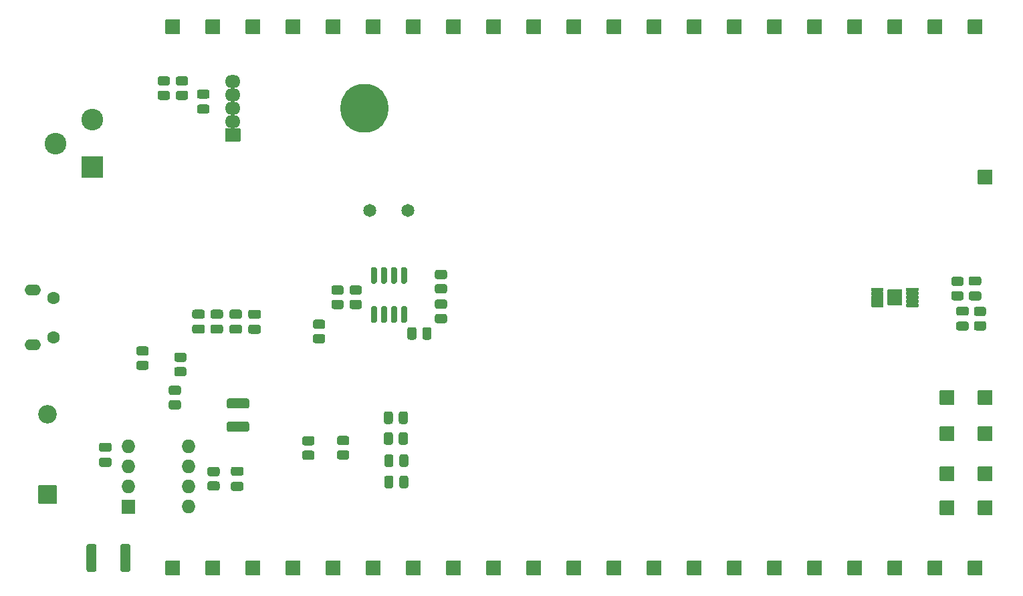
<source format=gbs>
G04 #@! TF.GenerationSoftware,KiCad,Pcbnew,(5.1.7)-1*
G04 #@! TF.CreationDate,2020-11-10T13:01:16-06:00*
G04 #@! TF.ProjectId,MCU breakout board,4d435520-6272-4656-916b-6f757420626f,rev?*
G04 #@! TF.SameCoordinates,Original*
G04 #@! TF.FileFunction,Soldermask,Bot*
G04 #@! TF.FilePolarity,Negative*
%FSLAX46Y46*%
G04 Gerber Fmt 4.6, Leading zero omitted, Abs format (unit mm)*
G04 Created by KiCad (PCBNEW (5.1.7)-1) date 2020-11-10 13:01:16*
%MOMM*%
%LPD*%
G01*
G04 APERTURE LIST*
%ADD10O,1.952400X1.652400*%
%ADD11O,6.152400X6.152400*%
%ADD12O,1.752400X1.752400*%
%ADD13O,2.352400X2.352400*%
%ADD14C,2.752400*%
%ADD15C,1.602400*%
%ADD16O,2.052400X1.352400*%
%ADD17C,1.652400*%
G04 APERTURE END LIST*
D10*
G04 #@! TO.C,U3*
X78740000Y-90736000D03*
X78740000Y-92436000D03*
X78740000Y-94136000D03*
X78740000Y-95836000D03*
G36*
G01*
X79640000Y-98362200D02*
X77840000Y-98362200D01*
G75*
G02*
X77763800Y-98286000I0J76200D01*
G01*
X77763800Y-96786000D01*
G75*
G02*
X77840000Y-96709800I76200J0D01*
G01*
X79640000Y-96709800D01*
G75*
G02*
X79716200Y-96786000I0J-76200D01*
G01*
X79716200Y-98286000D01*
G75*
G02*
X79640000Y-98362200I-76200J0D01*
G01*
G37*
D11*
X95400000Y-94136000D03*
G04 #@! TD*
G04 #@! TO.C,P2*
G36*
G01*
X170014000Y-145706200D02*
X168314000Y-145706200D01*
G75*
G02*
X168237800Y-145630000I0J76200D01*
G01*
X168237800Y-143930000D01*
G75*
G02*
X168314000Y-143853800I76200J0D01*
G01*
X170014000Y-143853800D01*
G75*
G02*
X170090200Y-143930000I0J-76200D01*
G01*
X170090200Y-145630000D01*
G75*
G02*
X170014000Y-145706200I-76200J0D01*
G01*
G37*
G04 #@! TD*
G04 #@! TO.C,U2*
G36*
G01*
X64633800Y-145430000D02*
X64633800Y-143830000D01*
G75*
G02*
X64710000Y-143753800I76200J0D01*
G01*
X66310000Y-143753800D01*
G75*
G02*
X66386200Y-143830000I0J-76200D01*
G01*
X66386200Y-145430000D01*
G75*
G02*
X66310000Y-145506200I-76200J0D01*
G01*
X64710000Y-145506200D01*
G75*
G02*
X64633800Y-145430000I0J76200D01*
G01*
G37*
D12*
X73130000Y-137010000D03*
X65510000Y-142090000D03*
X73130000Y-139550000D03*
X65510000Y-139550000D03*
X73130000Y-142090000D03*
X65510000Y-137010000D03*
X73130000Y-144630000D03*
G04 #@! TD*
G04 #@! TO.C,C1*
G36*
G01*
X79613100Y-120816200D02*
X78586900Y-120816200D01*
G75*
G02*
X78298800Y-120528100I0J288100D01*
G01*
X78298800Y-119951900D01*
G75*
G02*
X78586900Y-119663800I288100J0D01*
G01*
X79613100Y-119663800D01*
G75*
G02*
X79901200Y-119951900I0J-288100D01*
G01*
X79901200Y-120528100D01*
G75*
G02*
X79613100Y-120816200I-288100J0D01*
G01*
G37*
G36*
G01*
X79613100Y-122716200D02*
X78586900Y-122716200D01*
G75*
G02*
X78298800Y-122428100I0J288100D01*
G01*
X78298800Y-121851900D01*
G75*
G02*
X78586900Y-121563800I288100J0D01*
G01*
X79613100Y-121563800D01*
G75*
G02*
X79901200Y-121851900I0J-288100D01*
G01*
X79901200Y-122428100D01*
G75*
G02*
X79613100Y-122716200I-288100J0D01*
G01*
G37*
G04 #@! TD*
G04 #@! TO.C,C2*
G36*
G01*
X82013100Y-120826200D02*
X80986900Y-120826200D01*
G75*
G02*
X80698800Y-120538100I0J288100D01*
G01*
X80698800Y-119961900D01*
G75*
G02*
X80986900Y-119673800I288100J0D01*
G01*
X82013100Y-119673800D01*
G75*
G02*
X82301200Y-119961900I0J-288100D01*
G01*
X82301200Y-120538100D01*
G75*
G02*
X82013100Y-120826200I-288100J0D01*
G01*
G37*
G36*
G01*
X82013100Y-122726200D02*
X80986900Y-122726200D01*
G75*
G02*
X80698800Y-122438100I0J288100D01*
G01*
X80698800Y-121861900D01*
G75*
G02*
X80986900Y-121573800I288100J0D01*
G01*
X82013100Y-121573800D01*
G75*
G02*
X82301200Y-121861900I0J-288100D01*
G01*
X82301200Y-122438100D01*
G75*
G02*
X82013100Y-122726200I-288100J0D01*
G01*
G37*
G04 #@! TD*
G04 #@! TO.C,C3*
G36*
G01*
X171648100Y-122326200D02*
X170621900Y-122326200D01*
G75*
G02*
X170333800Y-122038100I0J288100D01*
G01*
X170333800Y-121461900D01*
G75*
G02*
X170621900Y-121173800I288100J0D01*
G01*
X171648100Y-121173800D01*
G75*
G02*
X171936200Y-121461900I0J-288100D01*
G01*
X171936200Y-122038100D01*
G75*
G02*
X171648100Y-122326200I-288100J0D01*
G01*
G37*
G36*
G01*
X171648100Y-120426200D02*
X170621900Y-120426200D01*
G75*
G02*
X170333800Y-120138100I0J288100D01*
G01*
X170333800Y-119561900D01*
G75*
G02*
X170621900Y-119273800I288100J0D01*
G01*
X171648100Y-119273800D01*
G75*
G02*
X171936200Y-119561900I0J-288100D01*
G01*
X171936200Y-120138100D01*
G75*
G02*
X171648100Y-120426200I-288100J0D01*
G01*
G37*
G04 #@! TD*
G04 #@! TO.C,C4*
G36*
G01*
X77213100Y-122716200D02*
X76186900Y-122716200D01*
G75*
G02*
X75898800Y-122428100I0J288100D01*
G01*
X75898800Y-121851900D01*
G75*
G02*
X76186900Y-121563800I288100J0D01*
G01*
X77213100Y-121563800D01*
G75*
G02*
X77501200Y-121851900I0J-288100D01*
G01*
X77501200Y-122428100D01*
G75*
G02*
X77213100Y-122716200I-288100J0D01*
G01*
G37*
G36*
G01*
X77213100Y-120816200D02*
X76186900Y-120816200D01*
G75*
G02*
X75898800Y-120528100I0J288100D01*
G01*
X75898800Y-119951900D01*
G75*
G02*
X76186900Y-119663800I288100J0D01*
G01*
X77213100Y-119663800D01*
G75*
G02*
X77501200Y-119951900I0J-288100D01*
G01*
X77501200Y-120528100D01*
G75*
G02*
X77213100Y-120816200I-288100J0D01*
G01*
G37*
G04 #@! TD*
G04 #@! TO.C,C5*
G36*
G01*
X74913100Y-120816200D02*
X73886900Y-120816200D01*
G75*
G02*
X73598800Y-120528100I0J288100D01*
G01*
X73598800Y-119951900D01*
G75*
G02*
X73886900Y-119663800I288100J0D01*
G01*
X74913100Y-119663800D01*
G75*
G02*
X75201200Y-119951900I0J-288100D01*
G01*
X75201200Y-120528100D01*
G75*
G02*
X74913100Y-120816200I-288100J0D01*
G01*
G37*
G36*
G01*
X74913100Y-122716200D02*
X73886900Y-122716200D01*
G75*
G02*
X73598800Y-122428100I0J288100D01*
G01*
X73598800Y-121851900D01*
G75*
G02*
X73886900Y-121563800I288100J0D01*
G01*
X74913100Y-121563800D01*
G75*
G02*
X75201200Y-121851900I0J-288100D01*
G01*
X75201200Y-122428100D01*
G75*
G02*
X74913100Y-122716200I-288100J0D01*
G01*
G37*
G04 #@! TD*
G04 #@! TO.C,C8*
G36*
G01*
X103888200Y-122168900D02*
X103888200Y-123195100D01*
G75*
G02*
X103600100Y-123483200I-288100J0D01*
G01*
X103023900Y-123483200D01*
G75*
G02*
X102735800Y-123195100I0J288100D01*
G01*
X102735800Y-122168900D01*
G75*
G02*
X103023900Y-121880800I288100J0D01*
G01*
X103600100Y-121880800D01*
G75*
G02*
X103888200Y-122168900I0J-288100D01*
G01*
G37*
G36*
G01*
X101988200Y-122168900D02*
X101988200Y-123195100D01*
G75*
G02*
X101700100Y-123483200I-288100J0D01*
G01*
X101123900Y-123483200D01*
G75*
G02*
X100835800Y-123195100I0J288100D01*
G01*
X100835800Y-122168900D01*
G75*
G02*
X101123900Y-121880800I288100J0D01*
G01*
X101700100Y-121880800D01*
G75*
G02*
X101988200Y-122168900I0J-288100D01*
G01*
G37*
G04 #@! TD*
G04 #@! TO.C,C9*
G36*
G01*
X78786900Y-139573800D02*
X79813100Y-139573800D01*
G75*
G02*
X80101200Y-139861900I0J-288100D01*
G01*
X80101200Y-140438100D01*
G75*
G02*
X79813100Y-140726200I-288100J0D01*
G01*
X78786900Y-140726200D01*
G75*
G02*
X78498800Y-140438100I0J288100D01*
G01*
X78498800Y-139861900D01*
G75*
G02*
X78786900Y-139573800I288100J0D01*
G01*
G37*
G36*
G01*
X78786900Y-141473800D02*
X79813100Y-141473800D01*
G75*
G02*
X80101200Y-141761900I0J-288100D01*
G01*
X80101200Y-142338100D01*
G75*
G02*
X79813100Y-142626200I-288100J0D01*
G01*
X78786900Y-142626200D01*
G75*
G02*
X78498800Y-142338100I0J288100D01*
G01*
X78498800Y-141761900D01*
G75*
G02*
X78786900Y-141473800I288100J0D01*
G01*
G37*
G04 #@! TD*
G04 #@! TO.C,C10*
G36*
G01*
X172206900Y-115443800D02*
X173233100Y-115443800D01*
G75*
G02*
X173521200Y-115731900I0J-288100D01*
G01*
X173521200Y-116308100D01*
G75*
G02*
X173233100Y-116596200I-288100J0D01*
G01*
X172206900Y-116596200D01*
G75*
G02*
X171918800Y-116308100I0J288100D01*
G01*
X171918800Y-115731900D01*
G75*
G02*
X172206900Y-115443800I288100J0D01*
G01*
G37*
G36*
G01*
X172206900Y-117343800D02*
X173233100Y-117343800D01*
G75*
G02*
X173521200Y-117631900I0J-288100D01*
G01*
X173521200Y-118208100D01*
G75*
G02*
X173233100Y-118496200I-288100J0D01*
G01*
X172206900Y-118496200D01*
G75*
G02*
X171918800Y-118208100I0J288100D01*
G01*
X171918800Y-117631900D01*
G75*
G02*
X172206900Y-117343800I288100J0D01*
G01*
G37*
G04 #@! TD*
G04 #@! TO.C,C11*
G36*
G01*
X78256929Y-130898800D02*
X80543071Y-130898800D01*
G75*
G02*
X80826200Y-131181929I0J-283129D01*
G01*
X80826200Y-131918071D01*
G75*
G02*
X80543071Y-132201200I-283129J0D01*
G01*
X78256929Y-132201200D01*
G75*
G02*
X77973800Y-131918071I0J283129D01*
G01*
X77973800Y-131181929D01*
G75*
G02*
X78256929Y-130898800I283129J0D01*
G01*
G37*
G36*
G01*
X78256929Y-133848800D02*
X80543071Y-133848800D01*
G75*
G02*
X80826200Y-134131929I0J-283129D01*
G01*
X80826200Y-134868071D01*
G75*
G02*
X80543071Y-135151200I-283129J0D01*
G01*
X78256929Y-135151200D01*
G75*
G02*
X77973800Y-134868071I0J283129D01*
G01*
X77973800Y-134131929D01*
G75*
G02*
X78256929Y-133848800I283129J0D01*
G01*
G37*
G04 #@! TD*
G04 #@! TO.C,C12*
G36*
G01*
X62086900Y-138423800D02*
X63113100Y-138423800D01*
G75*
G02*
X63401200Y-138711900I0J-288100D01*
G01*
X63401200Y-139288100D01*
G75*
G02*
X63113100Y-139576200I-288100J0D01*
G01*
X62086900Y-139576200D01*
G75*
G02*
X61798800Y-139288100I0J288100D01*
G01*
X61798800Y-138711900D01*
G75*
G02*
X62086900Y-138423800I288100J0D01*
G01*
G37*
G36*
G01*
X62086900Y-136523800D02*
X63113100Y-136523800D01*
G75*
G02*
X63401200Y-136811900I0J-288100D01*
G01*
X63401200Y-137388100D01*
G75*
G02*
X63113100Y-137676200I-288100J0D01*
G01*
X62086900Y-137676200D01*
G75*
G02*
X61798800Y-137388100I0J288100D01*
G01*
X61798800Y-136811900D01*
G75*
G02*
X62086900Y-136523800I288100J0D01*
G01*
G37*
G04 #@! TD*
G04 #@! TO.C,C14*
G36*
G01*
X74486900Y-91773800D02*
X75513100Y-91773800D01*
G75*
G02*
X75801200Y-92061900I0J-288100D01*
G01*
X75801200Y-92638100D01*
G75*
G02*
X75513100Y-92926200I-288100J0D01*
G01*
X74486900Y-92926200D01*
G75*
G02*
X74198800Y-92638100I0J288100D01*
G01*
X74198800Y-92061900D01*
G75*
G02*
X74486900Y-91773800I288100J0D01*
G01*
G37*
G36*
G01*
X74486900Y-93673800D02*
X75513100Y-93673800D01*
G75*
G02*
X75801200Y-93961900I0J-288100D01*
G01*
X75801200Y-94538100D01*
G75*
G02*
X75513100Y-94826200I-288100J0D01*
G01*
X74486900Y-94826200D01*
G75*
G02*
X74198800Y-94538100I0J288100D01*
G01*
X74198800Y-93961900D01*
G75*
G02*
X74486900Y-93673800I288100J0D01*
G01*
G37*
G04 #@! TD*
G04 #@! TO.C,C17*
G36*
G01*
X97853800Y-133863100D02*
X97853800Y-132836900D01*
G75*
G02*
X98141900Y-132548800I288100J0D01*
G01*
X98718100Y-132548800D01*
G75*
G02*
X99006200Y-132836900I0J-288100D01*
G01*
X99006200Y-133863100D01*
G75*
G02*
X98718100Y-134151200I-288100J0D01*
G01*
X98141900Y-134151200D01*
G75*
G02*
X97853800Y-133863100I0J288100D01*
G01*
G37*
G36*
G01*
X99753800Y-133863100D02*
X99753800Y-132836900D01*
G75*
G02*
X100041900Y-132548800I288100J0D01*
G01*
X100618100Y-132548800D01*
G75*
G02*
X100906200Y-132836900I0J-288100D01*
G01*
X100906200Y-133863100D01*
G75*
G02*
X100618100Y-134151200I-288100J0D01*
G01*
X100041900Y-134151200D01*
G75*
G02*
X99753800Y-133863100I0J288100D01*
G01*
G37*
G04 #@! TD*
G04 #@! TO.C,C18*
G36*
G01*
X99753800Y-136513100D02*
X99753800Y-135486900D01*
G75*
G02*
X100041900Y-135198800I288100J0D01*
G01*
X100618100Y-135198800D01*
G75*
G02*
X100906200Y-135486900I0J-288100D01*
G01*
X100906200Y-136513100D01*
G75*
G02*
X100618100Y-136801200I-288100J0D01*
G01*
X100041900Y-136801200D01*
G75*
G02*
X99753800Y-136513100I0J288100D01*
G01*
G37*
G36*
G01*
X97853800Y-136513100D02*
X97853800Y-135486900D01*
G75*
G02*
X98141900Y-135198800I288100J0D01*
G01*
X98718100Y-135198800D01*
G75*
G02*
X99006200Y-135486900I0J-288100D01*
G01*
X99006200Y-136513100D01*
G75*
G02*
X98718100Y-136801200I-288100J0D01*
G01*
X98141900Y-136801200D01*
G75*
G02*
X97853800Y-136513100I0J288100D01*
G01*
G37*
G04 #@! TD*
G04 #@! TO.C,C19*
G36*
G01*
X97923800Y-139313100D02*
X97923800Y-138286900D01*
G75*
G02*
X98211900Y-137998800I288100J0D01*
G01*
X98788100Y-137998800D01*
G75*
G02*
X99076200Y-138286900I0J-288100D01*
G01*
X99076200Y-139313100D01*
G75*
G02*
X98788100Y-139601200I-288100J0D01*
G01*
X98211900Y-139601200D01*
G75*
G02*
X97923800Y-139313100I0J288100D01*
G01*
G37*
G36*
G01*
X99823800Y-139313100D02*
X99823800Y-138286900D01*
G75*
G02*
X100111900Y-137998800I288100J0D01*
G01*
X100688100Y-137998800D01*
G75*
G02*
X100976200Y-138286900I0J-288100D01*
G01*
X100976200Y-139313100D01*
G75*
G02*
X100688100Y-139601200I-288100J0D01*
G01*
X100111900Y-139601200D01*
G75*
G02*
X99823800Y-139313100I0J288100D01*
G01*
G37*
G04 #@! TD*
G04 #@! TO.C,C20*
G36*
G01*
X99823800Y-142013100D02*
X99823800Y-140986900D01*
G75*
G02*
X100111900Y-140698800I288100J0D01*
G01*
X100688100Y-140698800D01*
G75*
G02*
X100976200Y-140986900I0J-288100D01*
G01*
X100976200Y-142013100D01*
G75*
G02*
X100688100Y-142301200I-288100J0D01*
G01*
X100111900Y-142301200D01*
G75*
G02*
X99823800Y-142013100I0J288100D01*
G01*
G37*
G36*
G01*
X97923800Y-142013100D02*
X97923800Y-140986900D01*
G75*
G02*
X98211900Y-140698800I288100J0D01*
G01*
X98788100Y-140698800D01*
G75*
G02*
X99076200Y-140986900I0J-288100D01*
G01*
X99076200Y-142013100D01*
G75*
G02*
X98788100Y-142301200I-288100J0D01*
G01*
X98211900Y-142301200D01*
G75*
G02*
X97923800Y-142013100I0J288100D01*
G01*
G37*
G04 #@! TD*
G04 #@! TO.C,D1*
G36*
G01*
X56400000Y-144276200D02*
X54200000Y-144276200D01*
G75*
G02*
X54123800Y-144200000I0J76200D01*
G01*
X54123800Y-142000000D01*
G75*
G02*
X54200000Y-141923800I76200J0D01*
G01*
X56400000Y-141923800D01*
G75*
G02*
X56476200Y-142000000I0J-76200D01*
G01*
X56476200Y-144200000D01*
G75*
G02*
X56400000Y-144276200I-76200J0D01*
G01*
G37*
D13*
X55300000Y-132940000D03*
G04 #@! TD*
G04 #@! TO.C,IC1*
G36*
G01*
X159635500Y-118883800D02*
X161060500Y-118883800D01*
G75*
G02*
X161136700Y-118960000I0J-76200D01*
G01*
X161136700Y-119260000D01*
G75*
G02*
X161060500Y-119336200I-76200J0D01*
G01*
X159635500Y-119336200D01*
G75*
G02*
X159559300Y-119260000I0J76200D01*
G01*
X159559300Y-118960000D01*
G75*
G02*
X159635500Y-118883800I76200J0D01*
G01*
G37*
G36*
G01*
X159635500Y-118383800D02*
X161060500Y-118383800D01*
G75*
G02*
X161136700Y-118460000I0J-76200D01*
G01*
X161136700Y-118760000D01*
G75*
G02*
X161060500Y-118836200I-76200J0D01*
G01*
X159635500Y-118836200D01*
G75*
G02*
X159559300Y-118760000I0J76200D01*
G01*
X159559300Y-118460000D01*
G75*
G02*
X159635500Y-118383800I76200J0D01*
G01*
G37*
G36*
G01*
X159635500Y-117883800D02*
X161060500Y-117883800D01*
G75*
G02*
X161136700Y-117960000I0J-76200D01*
G01*
X161136700Y-118260000D01*
G75*
G02*
X161060500Y-118336200I-76200J0D01*
G01*
X159635500Y-118336200D01*
G75*
G02*
X159559300Y-118260000I0J76200D01*
G01*
X159559300Y-117960000D01*
G75*
G02*
X159635500Y-117883800I76200J0D01*
G01*
G37*
G36*
G01*
X159635500Y-117383800D02*
X161060500Y-117383800D01*
G75*
G02*
X161136700Y-117460000I0J-76200D01*
G01*
X161136700Y-117760000D01*
G75*
G02*
X161060500Y-117836200I-76200J0D01*
G01*
X159635500Y-117836200D01*
G75*
G02*
X159559300Y-117760000I0J76200D01*
G01*
X159559300Y-117460000D01*
G75*
G02*
X159635500Y-117383800I76200J0D01*
G01*
G37*
G36*
G01*
X159635500Y-116883800D02*
X161060500Y-116883800D01*
G75*
G02*
X161136700Y-116960000I0J-76200D01*
G01*
X161136700Y-117260000D01*
G75*
G02*
X161060500Y-117336200I-76200J0D01*
G01*
X159635500Y-117336200D01*
G75*
G02*
X159559300Y-117260000I0J76200D01*
G01*
X159559300Y-116960000D01*
G75*
G02*
X159635500Y-116883800I76200J0D01*
G01*
G37*
G36*
G01*
X164059500Y-116883800D02*
X165484500Y-116883800D01*
G75*
G02*
X165560700Y-116960000I0J-76200D01*
G01*
X165560700Y-117260000D01*
G75*
G02*
X165484500Y-117336200I-76200J0D01*
G01*
X164059500Y-117336200D01*
G75*
G02*
X163983300Y-117260000I0J76200D01*
G01*
X163983300Y-116960000D01*
G75*
G02*
X164059500Y-116883800I76200J0D01*
G01*
G37*
G36*
G01*
X164059500Y-117383800D02*
X165484500Y-117383800D01*
G75*
G02*
X165560700Y-117460000I0J-76200D01*
G01*
X165560700Y-117760000D01*
G75*
G02*
X165484500Y-117836200I-76200J0D01*
G01*
X164059500Y-117836200D01*
G75*
G02*
X163983300Y-117760000I0J76200D01*
G01*
X163983300Y-117460000D01*
G75*
G02*
X164059500Y-117383800I76200J0D01*
G01*
G37*
G36*
G01*
X164059500Y-117883800D02*
X165484500Y-117883800D01*
G75*
G02*
X165560700Y-117960000I0J-76200D01*
G01*
X165560700Y-118260000D01*
G75*
G02*
X165484500Y-118336200I-76200J0D01*
G01*
X164059500Y-118336200D01*
G75*
G02*
X163983300Y-118260000I0J76200D01*
G01*
X163983300Y-117960000D01*
G75*
G02*
X164059500Y-117883800I76200J0D01*
G01*
G37*
G36*
G01*
X164059500Y-118383800D02*
X165484500Y-118383800D01*
G75*
G02*
X165560700Y-118460000I0J-76200D01*
G01*
X165560700Y-118760000D01*
G75*
G02*
X165484500Y-118836200I-76200J0D01*
G01*
X164059500Y-118836200D01*
G75*
G02*
X163983300Y-118760000I0J76200D01*
G01*
X163983300Y-118460000D01*
G75*
G02*
X164059500Y-118383800I76200J0D01*
G01*
G37*
G36*
G01*
X164059500Y-118883800D02*
X165484500Y-118883800D01*
G75*
G02*
X165560700Y-118960000I0J-76200D01*
G01*
X165560700Y-119260000D01*
G75*
G02*
X165484500Y-119336200I-76200J0D01*
G01*
X164059500Y-119336200D01*
G75*
G02*
X163983300Y-119260000I0J76200D01*
G01*
X163983300Y-118960000D01*
G75*
G02*
X164059500Y-118883800I76200J0D01*
G01*
G37*
G36*
G01*
X161643800Y-119050000D02*
X161643800Y-117170000D01*
G75*
G02*
X161720000Y-117093800I76200J0D01*
G01*
X163400000Y-117093800D01*
G75*
G02*
X163476200Y-117170000I0J-76200D01*
G01*
X163476200Y-119050000D01*
G75*
G02*
X163400000Y-119126200I-76200J0D01*
G01*
X161720000Y-119126200D01*
G75*
G02*
X161643800Y-119050000I0J76200D01*
G01*
G37*
G04 #@! TD*
G04 #@! TO.C,J1*
G36*
G01*
X62336200Y-100300000D02*
X62336200Y-102900000D01*
G75*
G02*
X62260000Y-102976200I-76200J0D01*
G01*
X59660000Y-102976200D01*
G75*
G02*
X59583800Y-102900000I0J76200D01*
G01*
X59583800Y-100300000D01*
G75*
G02*
X59660000Y-100223800I76200J0D01*
G01*
X62260000Y-100223800D01*
G75*
G02*
X62336200Y-100300000I0J-76200D01*
G01*
G37*
D14*
X60960000Y-95600000D03*
X56260000Y-98600000D03*
G04 #@! TD*
D15*
G04 #@! TO.C,J2*
X56072500Y-118150000D03*
X56072500Y-123150000D03*
D16*
X53372500Y-117150000D03*
X53372500Y-124150000D03*
G04 #@! TD*
G04 #@! TO.C,P3*
G36*
G01*
X110833800Y-153250000D02*
X110833800Y-151550000D01*
G75*
G02*
X110910000Y-151473800I76200J0D01*
G01*
X112610000Y-151473800D01*
G75*
G02*
X112686200Y-151550000I0J-76200D01*
G01*
X112686200Y-153250000D01*
G75*
G02*
X112610000Y-153326200I-76200J0D01*
G01*
X110910000Y-153326200D01*
G75*
G02*
X110833800Y-153250000I0J76200D01*
G01*
G37*
G04 #@! TD*
G04 #@! TO.C,P4*
G36*
G01*
X105753800Y-153250000D02*
X105753800Y-151550000D01*
G75*
G02*
X105830000Y-151473800I76200J0D01*
G01*
X107530000Y-151473800D01*
G75*
G02*
X107606200Y-151550000I0J-76200D01*
G01*
X107606200Y-153250000D01*
G75*
G02*
X107530000Y-153326200I-76200J0D01*
G01*
X105830000Y-153326200D01*
G75*
G02*
X105753800Y-153250000I0J76200D01*
G01*
G37*
G04 #@! TD*
G04 #@! TO.C,P5*
G36*
G01*
X70193800Y-153250000D02*
X70193800Y-151550000D01*
G75*
G02*
X70270000Y-151473800I76200J0D01*
G01*
X71970000Y-151473800D01*
G75*
G02*
X72046200Y-151550000I0J-76200D01*
G01*
X72046200Y-153250000D01*
G75*
G02*
X71970000Y-153326200I-76200J0D01*
G01*
X70270000Y-153326200D01*
G75*
G02*
X70193800Y-153250000I0J76200D01*
G01*
G37*
G04 #@! TD*
G04 #@! TO.C,P6*
G36*
G01*
X75273800Y-153250000D02*
X75273800Y-151550000D01*
G75*
G02*
X75350000Y-151473800I76200J0D01*
G01*
X77050000Y-151473800D01*
G75*
G02*
X77126200Y-151550000I0J-76200D01*
G01*
X77126200Y-153250000D01*
G75*
G02*
X77050000Y-153326200I-76200J0D01*
G01*
X75350000Y-153326200D01*
G75*
G02*
X75273800Y-153250000I0J76200D01*
G01*
G37*
G04 #@! TD*
G04 #@! TO.C,P7*
G36*
G01*
X80353800Y-153250000D02*
X80353800Y-151550000D01*
G75*
G02*
X80430000Y-151473800I76200J0D01*
G01*
X82130000Y-151473800D01*
G75*
G02*
X82206200Y-151550000I0J-76200D01*
G01*
X82206200Y-153250000D01*
G75*
G02*
X82130000Y-153326200I-76200J0D01*
G01*
X80430000Y-153326200D01*
G75*
G02*
X80353800Y-153250000I0J76200D01*
G01*
G37*
G04 #@! TD*
G04 #@! TO.C,P8*
G36*
G01*
X85433800Y-153250000D02*
X85433800Y-151550000D01*
G75*
G02*
X85510000Y-151473800I76200J0D01*
G01*
X87210000Y-151473800D01*
G75*
G02*
X87286200Y-151550000I0J-76200D01*
G01*
X87286200Y-153250000D01*
G75*
G02*
X87210000Y-153326200I-76200J0D01*
G01*
X85510000Y-153326200D01*
G75*
G02*
X85433800Y-153250000I0J76200D01*
G01*
G37*
G04 #@! TD*
G04 #@! TO.C,P9*
G36*
G01*
X90513800Y-153250000D02*
X90513800Y-151550000D01*
G75*
G02*
X90590000Y-151473800I76200J0D01*
G01*
X92290000Y-151473800D01*
G75*
G02*
X92366200Y-151550000I0J-76200D01*
G01*
X92366200Y-153250000D01*
G75*
G02*
X92290000Y-153326200I-76200J0D01*
G01*
X90590000Y-153326200D01*
G75*
G02*
X90513800Y-153250000I0J76200D01*
G01*
G37*
G04 #@! TD*
G04 #@! TO.C,P10*
G36*
G01*
X95593800Y-153250000D02*
X95593800Y-151550000D01*
G75*
G02*
X95670000Y-151473800I76200J0D01*
G01*
X97370000Y-151473800D01*
G75*
G02*
X97446200Y-151550000I0J-76200D01*
G01*
X97446200Y-153250000D01*
G75*
G02*
X97370000Y-153326200I-76200J0D01*
G01*
X95670000Y-153326200D01*
G75*
G02*
X95593800Y-153250000I0J76200D01*
G01*
G37*
G04 #@! TD*
G04 #@! TO.C,P11*
G36*
G01*
X100673800Y-153250000D02*
X100673800Y-151550000D01*
G75*
G02*
X100750000Y-151473800I76200J0D01*
G01*
X102450000Y-151473800D01*
G75*
G02*
X102526200Y-151550000I0J-76200D01*
G01*
X102526200Y-153250000D01*
G75*
G02*
X102450000Y-153326200I-76200J0D01*
G01*
X100750000Y-153326200D01*
G75*
G02*
X100673800Y-153250000I0J76200D01*
G01*
G37*
G04 #@! TD*
G04 #@! TO.C,P13*
G36*
G01*
X161633800Y-153250000D02*
X161633800Y-151550000D01*
G75*
G02*
X161710000Y-151473800I76200J0D01*
G01*
X163410000Y-151473800D01*
G75*
G02*
X163486200Y-151550000I0J-76200D01*
G01*
X163486200Y-153250000D01*
G75*
G02*
X163410000Y-153326200I-76200J0D01*
G01*
X161710000Y-153326200D01*
G75*
G02*
X161633800Y-153250000I0J76200D01*
G01*
G37*
G04 #@! TD*
G04 #@! TO.C,P15*
G36*
G01*
X171793800Y-153250000D02*
X171793800Y-151550000D01*
G75*
G02*
X171870000Y-151473800I76200J0D01*
G01*
X173570000Y-151473800D01*
G75*
G02*
X173646200Y-151550000I0J-76200D01*
G01*
X173646200Y-153250000D01*
G75*
G02*
X173570000Y-153326200I-76200J0D01*
G01*
X171870000Y-153326200D01*
G75*
G02*
X171793800Y-153250000I0J76200D01*
G01*
G37*
G04 #@! TD*
G04 #@! TO.C,P16*
G36*
G01*
X171793800Y-84670000D02*
X171793800Y-82970000D01*
G75*
G02*
X171870000Y-82893800I76200J0D01*
G01*
X173570000Y-82893800D01*
G75*
G02*
X173646200Y-82970000I0J-76200D01*
G01*
X173646200Y-84670000D01*
G75*
G02*
X173570000Y-84746200I-76200J0D01*
G01*
X171870000Y-84746200D01*
G75*
G02*
X171793800Y-84670000I0J76200D01*
G01*
G37*
G04 #@! TD*
G04 #@! TO.C,P17*
G36*
G01*
X166713800Y-84670000D02*
X166713800Y-82970000D01*
G75*
G02*
X166790000Y-82893800I76200J0D01*
G01*
X168490000Y-82893800D01*
G75*
G02*
X168566200Y-82970000I0J-76200D01*
G01*
X168566200Y-84670000D01*
G75*
G02*
X168490000Y-84746200I-76200J0D01*
G01*
X166790000Y-84746200D01*
G75*
G02*
X166713800Y-84670000I0J76200D01*
G01*
G37*
G04 #@! TD*
G04 #@! TO.C,P18*
G36*
G01*
X161633800Y-84670000D02*
X161633800Y-82970000D01*
G75*
G02*
X161710000Y-82893800I76200J0D01*
G01*
X163410000Y-82893800D01*
G75*
G02*
X163486200Y-82970000I0J-76200D01*
G01*
X163486200Y-84670000D01*
G75*
G02*
X163410000Y-84746200I-76200J0D01*
G01*
X161710000Y-84746200D01*
G75*
G02*
X161633800Y-84670000I0J76200D01*
G01*
G37*
G04 #@! TD*
G04 #@! TO.C,P19*
G36*
G01*
X156553800Y-153250000D02*
X156553800Y-151550000D01*
G75*
G02*
X156630000Y-151473800I76200J0D01*
G01*
X158330000Y-151473800D01*
G75*
G02*
X158406200Y-151550000I0J-76200D01*
G01*
X158406200Y-153250000D01*
G75*
G02*
X158330000Y-153326200I-76200J0D01*
G01*
X156630000Y-153326200D01*
G75*
G02*
X156553800Y-153250000I0J76200D01*
G01*
G37*
G04 #@! TD*
G04 #@! TO.C,P20*
G36*
G01*
X156553800Y-84670000D02*
X156553800Y-82970000D01*
G75*
G02*
X156630000Y-82893800I76200J0D01*
G01*
X158330000Y-82893800D01*
G75*
G02*
X158406200Y-82970000I0J-76200D01*
G01*
X158406200Y-84670000D01*
G75*
G02*
X158330000Y-84746200I-76200J0D01*
G01*
X156630000Y-84746200D01*
G75*
G02*
X156553800Y-84670000I0J76200D01*
G01*
G37*
G04 #@! TD*
G04 #@! TO.C,P21*
G36*
G01*
X151473800Y-153250000D02*
X151473800Y-151550000D01*
G75*
G02*
X151550000Y-151473800I76200J0D01*
G01*
X153250000Y-151473800D01*
G75*
G02*
X153326200Y-151550000I0J-76200D01*
G01*
X153326200Y-153250000D01*
G75*
G02*
X153250000Y-153326200I-76200J0D01*
G01*
X151550000Y-153326200D01*
G75*
G02*
X151473800Y-153250000I0J76200D01*
G01*
G37*
G04 #@! TD*
G04 #@! TO.C,P22*
G36*
G01*
X151473800Y-84670000D02*
X151473800Y-82970000D01*
G75*
G02*
X151550000Y-82893800I76200J0D01*
G01*
X153250000Y-82893800D01*
G75*
G02*
X153326200Y-82970000I0J-76200D01*
G01*
X153326200Y-84670000D01*
G75*
G02*
X153250000Y-84746200I-76200J0D01*
G01*
X151550000Y-84746200D01*
G75*
G02*
X151473800Y-84670000I0J76200D01*
G01*
G37*
G04 #@! TD*
G04 #@! TO.C,P23*
G36*
G01*
X146393800Y-153250000D02*
X146393800Y-151550000D01*
G75*
G02*
X146470000Y-151473800I76200J0D01*
G01*
X148170000Y-151473800D01*
G75*
G02*
X148246200Y-151550000I0J-76200D01*
G01*
X148246200Y-153250000D01*
G75*
G02*
X148170000Y-153326200I-76200J0D01*
G01*
X146470000Y-153326200D01*
G75*
G02*
X146393800Y-153250000I0J76200D01*
G01*
G37*
G04 #@! TD*
G04 #@! TO.C,P24*
G36*
G01*
X141313800Y-153250000D02*
X141313800Y-151550000D01*
G75*
G02*
X141390000Y-151473800I76200J0D01*
G01*
X143090000Y-151473800D01*
G75*
G02*
X143166200Y-151550000I0J-76200D01*
G01*
X143166200Y-153250000D01*
G75*
G02*
X143090000Y-153326200I-76200J0D01*
G01*
X141390000Y-153326200D01*
G75*
G02*
X141313800Y-153250000I0J76200D01*
G01*
G37*
G04 #@! TD*
G04 #@! TO.C,P25*
G36*
G01*
X136233800Y-153250000D02*
X136233800Y-151550000D01*
G75*
G02*
X136310000Y-151473800I76200J0D01*
G01*
X138010000Y-151473800D01*
G75*
G02*
X138086200Y-151550000I0J-76200D01*
G01*
X138086200Y-153250000D01*
G75*
G02*
X138010000Y-153326200I-76200J0D01*
G01*
X136310000Y-153326200D01*
G75*
G02*
X136233800Y-153250000I0J76200D01*
G01*
G37*
G04 #@! TD*
G04 #@! TO.C,P26*
G36*
G01*
X131153800Y-153250000D02*
X131153800Y-151550000D01*
G75*
G02*
X131230000Y-151473800I76200J0D01*
G01*
X132930000Y-151473800D01*
G75*
G02*
X133006200Y-151550000I0J-76200D01*
G01*
X133006200Y-153250000D01*
G75*
G02*
X132930000Y-153326200I-76200J0D01*
G01*
X131230000Y-153326200D01*
G75*
G02*
X131153800Y-153250000I0J76200D01*
G01*
G37*
G04 #@! TD*
G04 #@! TO.C,P27*
G36*
G01*
X126073800Y-153250000D02*
X126073800Y-151550000D01*
G75*
G02*
X126150000Y-151473800I76200J0D01*
G01*
X127850000Y-151473800D01*
G75*
G02*
X127926200Y-151550000I0J-76200D01*
G01*
X127926200Y-153250000D01*
G75*
G02*
X127850000Y-153326200I-76200J0D01*
G01*
X126150000Y-153326200D01*
G75*
G02*
X126073800Y-153250000I0J76200D01*
G01*
G37*
G04 #@! TD*
G04 #@! TO.C,P28*
G36*
G01*
X120993800Y-153250000D02*
X120993800Y-151550000D01*
G75*
G02*
X121070000Y-151473800I76200J0D01*
G01*
X122770000Y-151473800D01*
G75*
G02*
X122846200Y-151550000I0J-76200D01*
G01*
X122846200Y-153250000D01*
G75*
G02*
X122770000Y-153326200I-76200J0D01*
G01*
X121070000Y-153326200D01*
G75*
G02*
X120993800Y-153250000I0J76200D01*
G01*
G37*
G04 #@! TD*
G04 #@! TO.C,P29*
G36*
G01*
X105753800Y-84670000D02*
X105753800Y-82970000D01*
G75*
G02*
X105830000Y-82893800I76200J0D01*
G01*
X107530000Y-82893800D01*
G75*
G02*
X107606200Y-82970000I0J-76200D01*
G01*
X107606200Y-84670000D01*
G75*
G02*
X107530000Y-84746200I-76200J0D01*
G01*
X105830000Y-84746200D01*
G75*
G02*
X105753800Y-84670000I0J76200D01*
G01*
G37*
G04 #@! TD*
G04 #@! TO.C,P30*
G36*
G01*
X100673800Y-84670000D02*
X100673800Y-82970000D01*
G75*
G02*
X100750000Y-82893800I76200J0D01*
G01*
X102450000Y-82893800D01*
G75*
G02*
X102526200Y-82970000I0J-76200D01*
G01*
X102526200Y-84670000D01*
G75*
G02*
X102450000Y-84746200I-76200J0D01*
G01*
X100750000Y-84746200D01*
G75*
G02*
X100673800Y-84670000I0J76200D01*
G01*
G37*
G04 #@! TD*
G04 #@! TO.C,P31*
G36*
G01*
X95593800Y-84670000D02*
X95593800Y-82970000D01*
G75*
G02*
X95670000Y-82893800I76200J0D01*
G01*
X97370000Y-82893800D01*
G75*
G02*
X97446200Y-82970000I0J-76200D01*
G01*
X97446200Y-84670000D01*
G75*
G02*
X97370000Y-84746200I-76200J0D01*
G01*
X95670000Y-84746200D01*
G75*
G02*
X95593800Y-84670000I0J76200D01*
G01*
G37*
G04 #@! TD*
G04 #@! TO.C,P32*
G36*
G01*
X90513800Y-84670000D02*
X90513800Y-82970000D01*
G75*
G02*
X90590000Y-82893800I76200J0D01*
G01*
X92290000Y-82893800D01*
G75*
G02*
X92366200Y-82970000I0J-76200D01*
G01*
X92366200Y-84670000D01*
G75*
G02*
X92290000Y-84746200I-76200J0D01*
G01*
X90590000Y-84746200D01*
G75*
G02*
X90513800Y-84670000I0J76200D01*
G01*
G37*
G04 #@! TD*
G04 #@! TO.C,P33*
G36*
G01*
X85433800Y-84670000D02*
X85433800Y-82970000D01*
G75*
G02*
X85510000Y-82893800I76200J0D01*
G01*
X87210000Y-82893800D01*
G75*
G02*
X87286200Y-82970000I0J-76200D01*
G01*
X87286200Y-84670000D01*
G75*
G02*
X87210000Y-84746200I-76200J0D01*
G01*
X85510000Y-84746200D01*
G75*
G02*
X85433800Y-84670000I0J76200D01*
G01*
G37*
G04 #@! TD*
G04 #@! TO.C,P34*
G36*
G01*
X80353800Y-84670000D02*
X80353800Y-82970000D01*
G75*
G02*
X80430000Y-82893800I76200J0D01*
G01*
X82130000Y-82893800D01*
G75*
G02*
X82206200Y-82970000I0J-76200D01*
G01*
X82206200Y-84670000D01*
G75*
G02*
X82130000Y-84746200I-76200J0D01*
G01*
X80430000Y-84746200D01*
G75*
G02*
X80353800Y-84670000I0J76200D01*
G01*
G37*
G04 #@! TD*
G04 #@! TO.C,P35*
G36*
G01*
X110833800Y-84670000D02*
X110833800Y-82970000D01*
G75*
G02*
X110910000Y-82893800I76200J0D01*
G01*
X112610000Y-82893800D01*
G75*
G02*
X112686200Y-82970000I0J-76200D01*
G01*
X112686200Y-84670000D01*
G75*
G02*
X112610000Y-84746200I-76200J0D01*
G01*
X110910000Y-84746200D01*
G75*
G02*
X110833800Y-84670000I0J76200D01*
G01*
G37*
G04 #@! TD*
G04 #@! TO.C,P36*
G36*
G01*
X75273800Y-84670000D02*
X75273800Y-82970000D01*
G75*
G02*
X75350000Y-82893800I76200J0D01*
G01*
X77050000Y-82893800D01*
G75*
G02*
X77126200Y-82970000I0J-76200D01*
G01*
X77126200Y-84670000D01*
G75*
G02*
X77050000Y-84746200I-76200J0D01*
G01*
X75350000Y-84746200D01*
G75*
G02*
X75273800Y-84670000I0J76200D01*
G01*
G37*
G04 #@! TD*
G04 #@! TO.C,P37*
G36*
G01*
X115913800Y-84670000D02*
X115913800Y-82970000D01*
G75*
G02*
X115990000Y-82893800I76200J0D01*
G01*
X117690000Y-82893800D01*
G75*
G02*
X117766200Y-82970000I0J-76200D01*
G01*
X117766200Y-84670000D01*
G75*
G02*
X117690000Y-84746200I-76200J0D01*
G01*
X115990000Y-84746200D01*
G75*
G02*
X115913800Y-84670000I0J76200D01*
G01*
G37*
G04 #@! TD*
G04 #@! TO.C,P38*
G36*
G01*
X70193800Y-84670000D02*
X70193800Y-82970000D01*
G75*
G02*
X70270000Y-82893800I76200J0D01*
G01*
X71970000Y-82893800D01*
G75*
G02*
X72046200Y-82970000I0J-76200D01*
G01*
X72046200Y-84670000D01*
G75*
G02*
X71970000Y-84746200I-76200J0D01*
G01*
X70270000Y-84746200D01*
G75*
G02*
X70193800Y-84670000I0J76200D01*
G01*
G37*
G04 #@! TD*
G04 #@! TO.C,P39*
G36*
G01*
X120993800Y-84670000D02*
X120993800Y-82970000D01*
G75*
G02*
X121070000Y-82893800I76200J0D01*
G01*
X122770000Y-82893800D01*
G75*
G02*
X122846200Y-82970000I0J-76200D01*
G01*
X122846200Y-84670000D01*
G75*
G02*
X122770000Y-84746200I-76200J0D01*
G01*
X121070000Y-84746200D01*
G75*
G02*
X120993800Y-84670000I0J76200D01*
G01*
G37*
G04 #@! TD*
G04 #@! TO.C,P40*
G36*
G01*
X126073800Y-84670000D02*
X126073800Y-82970000D01*
G75*
G02*
X126150000Y-82893800I76200J0D01*
G01*
X127850000Y-82893800D01*
G75*
G02*
X127926200Y-82970000I0J-76200D01*
G01*
X127926200Y-84670000D01*
G75*
G02*
X127850000Y-84746200I-76200J0D01*
G01*
X126150000Y-84746200D01*
G75*
G02*
X126073800Y-84670000I0J76200D01*
G01*
G37*
G04 #@! TD*
G04 #@! TO.C,P41*
G36*
G01*
X131153800Y-84670000D02*
X131153800Y-82970000D01*
G75*
G02*
X131230000Y-82893800I76200J0D01*
G01*
X132930000Y-82893800D01*
G75*
G02*
X133006200Y-82970000I0J-76200D01*
G01*
X133006200Y-84670000D01*
G75*
G02*
X132930000Y-84746200I-76200J0D01*
G01*
X131230000Y-84746200D01*
G75*
G02*
X131153800Y-84670000I0J76200D01*
G01*
G37*
G04 #@! TD*
G04 #@! TO.C,P42*
G36*
G01*
X136233800Y-84670000D02*
X136233800Y-82970000D01*
G75*
G02*
X136310000Y-82893800I76200J0D01*
G01*
X138010000Y-82893800D01*
G75*
G02*
X138086200Y-82970000I0J-76200D01*
G01*
X138086200Y-84670000D01*
G75*
G02*
X138010000Y-84746200I-76200J0D01*
G01*
X136310000Y-84746200D01*
G75*
G02*
X136233800Y-84670000I0J76200D01*
G01*
G37*
G04 #@! TD*
G04 #@! TO.C,P43*
G36*
G01*
X141313800Y-84670000D02*
X141313800Y-82970000D01*
G75*
G02*
X141390000Y-82893800I76200J0D01*
G01*
X143090000Y-82893800D01*
G75*
G02*
X143166200Y-82970000I0J-76200D01*
G01*
X143166200Y-84670000D01*
G75*
G02*
X143090000Y-84746200I-76200J0D01*
G01*
X141390000Y-84746200D01*
G75*
G02*
X141313800Y-84670000I0J76200D01*
G01*
G37*
G04 #@! TD*
G04 #@! TO.C,P44*
G36*
G01*
X146393800Y-84670000D02*
X146393800Y-82970000D01*
G75*
G02*
X146470000Y-82893800I76200J0D01*
G01*
X148170000Y-82893800D01*
G75*
G02*
X148246200Y-82970000I0J-76200D01*
G01*
X148246200Y-84670000D01*
G75*
G02*
X148170000Y-84746200I-76200J0D01*
G01*
X146470000Y-84746200D01*
G75*
G02*
X146393800Y-84670000I0J76200D01*
G01*
G37*
G04 #@! TD*
G04 #@! TO.C,R1*
G36*
G01*
X93810968Y-118423800D02*
X94789032Y-118423800D01*
G75*
G02*
X95076200Y-118710968I0J-287168D01*
G01*
X95076200Y-119314032D01*
G75*
G02*
X94789032Y-119601200I-287168J0D01*
G01*
X93810968Y-119601200D01*
G75*
G02*
X93523800Y-119314032I0J287168D01*
G01*
X93523800Y-118710968D01*
G75*
G02*
X93810968Y-118423800I287168J0D01*
G01*
G37*
G36*
G01*
X93810968Y-116598800D02*
X94789032Y-116598800D01*
G75*
G02*
X95076200Y-116885968I0J-287168D01*
G01*
X95076200Y-117489032D01*
G75*
G02*
X94789032Y-117776200I-287168J0D01*
G01*
X93810968Y-117776200D01*
G75*
G02*
X93523800Y-117489032I0J287168D01*
G01*
X93523800Y-116885968D01*
G75*
G02*
X93810968Y-116598800I287168J0D01*
G01*
G37*
G04 #@! TD*
G04 #@! TO.C,R3*
G36*
G01*
X172865968Y-119296300D02*
X173844032Y-119296300D01*
G75*
G02*
X174131200Y-119583468I0J-287168D01*
G01*
X174131200Y-120186532D01*
G75*
G02*
X173844032Y-120473700I-287168J0D01*
G01*
X172865968Y-120473700D01*
G75*
G02*
X172578800Y-120186532I0J287168D01*
G01*
X172578800Y-119583468D01*
G75*
G02*
X172865968Y-119296300I287168J0D01*
G01*
G37*
G36*
G01*
X172865968Y-121121300D02*
X173844032Y-121121300D01*
G75*
G02*
X174131200Y-121408468I0J-287168D01*
G01*
X174131200Y-122011532D01*
G75*
G02*
X173844032Y-122298700I-287168J0D01*
G01*
X172865968Y-122298700D01*
G75*
G02*
X172578800Y-122011532I0J287168D01*
G01*
X172578800Y-121408468D01*
G75*
G02*
X172865968Y-121121300I287168J0D01*
G01*
G37*
G04 #@! TD*
G04 #@! TO.C,R4*
G36*
G01*
X76789032Y-142601200D02*
X75810968Y-142601200D01*
G75*
G02*
X75523800Y-142314032I0J287168D01*
G01*
X75523800Y-141710968D01*
G75*
G02*
X75810968Y-141423800I287168J0D01*
G01*
X76789032Y-141423800D01*
G75*
G02*
X77076200Y-141710968I0J-287168D01*
G01*
X77076200Y-142314032D01*
G75*
G02*
X76789032Y-142601200I-287168J0D01*
G01*
G37*
G36*
G01*
X76789032Y-140776200D02*
X75810968Y-140776200D01*
G75*
G02*
X75523800Y-140489032I0J287168D01*
G01*
X75523800Y-139885968D01*
G75*
G02*
X75810968Y-139598800I287168J0D01*
G01*
X76789032Y-139598800D01*
G75*
G02*
X77076200Y-139885968I0J-287168D01*
G01*
X77076200Y-140489032D01*
G75*
G02*
X76789032Y-140776200I-287168J0D01*
G01*
G37*
G04 #@! TD*
G04 #@! TO.C,R5*
G36*
G01*
X104610968Y-118386300D02*
X105589032Y-118386300D01*
G75*
G02*
X105876200Y-118673468I0J-287168D01*
G01*
X105876200Y-119276532D01*
G75*
G02*
X105589032Y-119563700I-287168J0D01*
G01*
X104610968Y-119563700D01*
G75*
G02*
X104323800Y-119276532I0J287168D01*
G01*
X104323800Y-118673468D01*
G75*
G02*
X104610968Y-118386300I287168J0D01*
G01*
G37*
G36*
G01*
X104610968Y-120211300D02*
X105589032Y-120211300D01*
G75*
G02*
X105876200Y-120498468I0J-287168D01*
G01*
X105876200Y-121101532D01*
G75*
G02*
X105589032Y-121388700I-287168J0D01*
G01*
X104610968Y-121388700D01*
G75*
G02*
X104323800Y-121101532I0J287168D01*
G01*
X104323800Y-120498468D01*
G75*
G02*
X104610968Y-120211300I287168J0D01*
G01*
G37*
G04 #@! TD*
G04 #@! TO.C,R6*
G36*
G01*
X91510968Y-118423800D02*
X92489032Y-118423800D01*
G75*
G02*
X92776200Y-118710968I0J-287168D01*
G01*
X92776200Y-119314032D01*
G75*
G02*
X92489032Y-119601200I-287168J0D01*
G01*
X91510968Y-119601200D01*
G75*
G02*
X91223800Y-119314032I0J287168D01*
G01*
X91223800Y-118710968D01*
G75*
G02*
X91510968Y-118423800I287168J0D01*
G01*
G37*
G36*
G01*
X91510968Y-116598800D02*
X92489032Y-116598800D01*
G75*
G02*
X92776200Y-116885968I0J-287168D01*
G01*
X92776200Y-117489032D01*
G75*
G02*
X92489032Y-117776200I-287168J0D01*
G01*
X91510968Y-117776200D01*
G75*
G02*
X91223800Y-117489032I0J287168D01*
G01*
X91223800Y-116885968D01*
G75*
G02*
X91510968Y-116598800I287168J0D01*
G01*
G37*
G04 #@! TD*
G04 #@! TO.C,R7*
G36*
G01*
X93199032Y-138661200D02*
X92220968Y-138661200D01*
G75*
G02*
X91933800Y-138374032I0J287168D01*
G01*
X91933800Y-137770968D01*
G75*
G02*
X92220968Y-137483800I287168J0D01*
G01*
X93199032Y-137483800D01*
G75*
G02*
X93486200Y-137770968I0J-287168D01*
G01*
X93486200Y-138374032D01*
G75*
G02*
X93199032Y-138661200I-287168J0D01*
G01*
G37*
G36*
G01*
X93199032Y-136836200D02*
X92220968Y-136836200D01*
G75*
G02*
X91933800Y-136549032I0J287168D01*
G01*
X91933800Y-135945968D01*
G75*
G02*
X92220968Y-135658800I287168J0D01*
G01*
X93199032Y-135658800D01*
G75*
G02*
X93486200Y-135945968I0J-287168D01*
G01*
X93486200Y-136549032D01*
G75*
G02*
X93199032Y-136836200I-287168J0D01*
G01*
G37*
G04 #@! TD*
G04 #@! TO.C,R8*
G36*
G01*
X104610968Y-116436300D02*
X105589032Y-116436300D01*
G75*
G02*
X105876200Y-116723468I0J-287168D01*
G01*
X105876200Y-117326532D01*
G75*
G02*
X105589032Y-117613700I-287168J0D01*
G01*
X104610968Y-117613700D01*
G75*
G02*
X104323800Y-117326532I0J287168D01*
G01*
X104323800Y-116723468D01*
G75*
G02*
X104610968Y-116436300I287168J0D01*
G01*
G37*
G36*
G01*
X104610968Y-114611300D02*
X105589032Y-114611300D01*
G75*
G02*
X105876200Y-114898468I0J-287168D01*
G01*
X105876200Y-115501532D01*
G75*
G02*
X105589032Y-115788700I-287168J0D01*
G01*
X104610968Y-115788700D01*
G75*
G02*
X104323800Y-115501532I0J287168D01*
G01*
X104323800Y-114898468D01*
G75*
G02*
X104610968Y-114611300I287168J0D01*
G01*
G37*
G04 #@! TD*
G04 #@! TO.C,R9*
G36*
G01*
X87810968Y-137523800D02*
X88789032Y-137523800D01*
G75*
G02*
X89076200Y-137810968I0J-287168D01*
G01*
X89076200Y-138414032D01*
G75*
G02*
X88789032Y-138701200I-287168J0D01*
G01*
X87810968Y-138701200D01*
G75*
G02*
X87523800Y-138414032I0J287168D01*
G01*
X87523800Y-137810968D01*
G75*
G02*
X87810968Y-137523800I287168J0D01*
G01*
G37*
G36*
G01*
X87810968Y-135698800D02*
X88789032Y-135698800D01*
G75*
G02*
X89076200Y-135985968I0J-287168D01*
G01*
X89076200Y-136589032D01*
G75*
G02*
X88789032Y-136876200I-287168J0D01*
G01*
X87810968Y-136876200D01*
G75*
G02*
X87523800Y-136589032I0J287168D01*
G01*
X87523800Y-135985968D01*
G75*
G02*
X87810968Y-135698800I287168J0D01*
G01*
G37*
G04 #@! TD*
G04 #@! TO.C,R10*
G36*
G01*
X72789032Y-93101200D02*
X71810968Y-93101200D01*
G75*
G02*
X71523800Y-92814032I0J287168D01*
G01*
X71523800Y-92210968D01*
G75*
G02*
X71810968Y-91923800I287168J0D01*
G01*
X72789032Y-91923800D01*
G75*
G02*
X73076200Y-92210968I0J-287168D01*
G01*
X73076200Y-92814032D01*
G75*
G02*
X72789032Y-93101200I-287168J0D01*
G01*
G37*
G36*
G01*
X72789032Y-91276200D02*
X71810968Y-91276200D01*
G75*
G02*
X71523800Y-90989032I0J287168D01*
G01*
X71523800Y-90385968D01*
G75*
G02*
X71810968Y-90098800I287168J0D01*
G01*
X72789032Y-90098800D01*
G75*
G02*
X73076200Y-90385968I0J-287168D01*
G01*
X73076200Y-90989032D01*
G75*
G02*
X72789032Y-91276200I-287168J0D01*
G01*
G37*
G04 #@! TD*
G04 #@! TO.C,R11*
G36*
G01*
X66810968Y-124311300D02*
X67789032Y-124311300D01*
G75*
G02*
X68076200Y-124598468I0J-287168D01*
G01*
X68076200Y-125201532D01*
G75*
G02*
X67789032Y-125488700I-287168J0D01*
G01*
X66810968Y-125488700D01*
G75*
G02*
X66523800Y-125201532I0J287168D01*
G01*
X66523800Y-124598468D01*
G75*
G02*
X66810968Y-124311300I287168J0D01*
G01*
G37*
G36*
G01*
X66810968Y-126136300D02*
X67789032Y-126136300D01*
G75*
G02*
X68076200Y-126423468I0J-287168D01*
G01*
X68076200Y-127026532D01*
G75*
G02*
X67789032Y-127313700I-287168J0D01*
G01*
X66810968Y-127313700D01*
G75*
G02*
X66523800Y-127026532I0J287168D01*
G01*
X66523800Y-126423468D01*
G75*
G02*
X66810968Y-126136300I287168J0D01*
G01*
G37*
G04 #@! TD*
G04 #@! TO.C,R12*
G36*
G01*
X69510968Y-91923800D02*
X70489032Y-91923800D01*
G75*
G02*
X70776200Y-92210968I0J-287168D01*
G01*
X70776200Y-92814032D01*
G75*
G02*
X70489032Y-93101200I-287168J0D01*
G01*
X69510968Y-93101200D01*
G75*
G02*
X69223800Y-92814032I0J287168D01*
G01*
X69223800Y-92210968D01*
G75*
G02*
X69510968Y-91923800I287168J0D01*
G01*
G37*
G36*
G01*
X69510968Y-90098800D02*
X70489032Y-90098800D01*
G75*
G02*
X70776200Y-90385968I0J-287168D01*
G01*
X70776200Y-90989032D01*
G75*
G02*
X70489032Y-91276200I-287168J0D01*
G01*
X69510968Y-91276200D01*
G75*
G02*
X69223800Y-90989032I0J287168D01*
G01*
X69223800Y-90385968D01*
G75*
G02*
X69510968Y-90098800I287168J0D01*
G01*
G37*
G04 #@! TD*
G04 #@! TO.C,R14*
G36*
G01*
X71610968Y-125111300D02*
X72589032Y-125111300D01*
G75*
G02*
X72876200Y-125398468I0J-287168D01*
G01*
X72876200Y-126001532D01*
G75*
G02*
X72589032Y-126288700I-287168J0D01*
G01*
X71610968Y-126288700D01*
G75*
G02*
X71323800Y-126001532I0J287168D01*
G01*
X71323800Y-125398468D01*
G75*
G02*
X71610968Y-125111300I287168J0D01*
G01*
G37*
G36*
G01*
X71610968Y-126936300D02*
X72589032Y-126936300D01*
G75*
G02*
X72876200Y-127223468I0J-287168D01*
G01*
X72876200Y-127826532D01*
G75*
G02*
X72589032Y-128113700I-287168J0D01*
G01*
X71610968Y-128113700D01*
G75*
G02*
X71323800Y-127826532I0J287168D01*
G01*
X71323800Y-127223468D01*
G75*
G02*
X71610968Y-126936300I287168J0D01*
G01*
G37*
G04 #@! TD*
G04 #@! TO.C,R15*
G36*
G01*
X71889032Y-130488700D02*
X70910968Y-130488700D01*
G75*
G02*
X70623800Y-130201532I0J287168D01*
G01*
X70623800Y-129598468D01*
G75*
G02*
X70910968Y-129311300I287168J0D01*
G01*
X71889032Y-129311300D01*
G75*
G02*
X72176200Y-129598468I0J-287168D01*
G01*
X72176200Y-130201532D01*
G75*
G02*
X71889032Y-130488700I-287168J0D01*
G01*
G37*
G36*
G01*
X71889032Y-132313700D02*
X70910968Y-132313700D01*
G75*
G02*
X70623800Y-132026532I0J287168D01*
G01*
X70623800Y-131423468D01*
G75*
G02*
X70910968Y-131136300I287168J0D01*
G01*
X71889032Y-131136300D01*
G75*
G02*
X72176200Y-131423468I0J-287168D01*
G01*
X72176200Y-132026532D01*
G75*
G02*
X71889032Y-132313700I-287168J0D01*
G01*
G37*
G04 #@! TD*
G04 #@! TO.C,R16*
G36*
G01*
X89172968Y-122751800D02*
X90151032Y-122751800D01*
G75*
G02*
X90438200Y-123038968I0J-287168D01*
G01*
X90438200Y-123642032D01*
G75*
G02*
X90151032Y-123929200I-287168J0D01*
G01*
X89172968Y-123929200D01*
G75*
G02*
X88885800Y-123642032I0J287168D01*
G01*
X88885800Y-123038968D01*
G75*
G02*
X89172968Y-122751800I287168J0D01*
G01*
G37*
G36*
G01*
X89172968Y-120926800D02*
X90151032Y-120926800D01*
G75*
G02*
X90438200Y-121213968I0J-287168D01*
G01*
X90438200Y-121817032D01*
G75*
G02*
X90151032Y-122104200I-287168J0D01*
G01*
X89172968Y-122104200D01*
G75*
G02*
X88885800Y-121817032I0J287168D01*
G01*
X88885800Y-121213968D01*
G75*
G02*
X89172968Y-120926800I287168J0D01*
G01*
G37*
G04 #@! TD*
G04 #@! TO.C,R17*
G36*
G01*
X170010968Y-117323800D02*
X170989032Y-117323800D01*
G75*
G02*
X171276200Y-117610968I0J-287168D01*
G01*
X171276200Y-118214032D01*
G75*
G02*
X170989032Y-118501200I-287168J0D01*
G01*
X170010968Y-118501200D01*
G75*
G02*
X169723800Y-118214032I0J287168D01*
G01*
X169723800Y-117610968D01*
G75*
G02*
X170010968Y-117323800I287168J0D01*
G01*
G37*
G36*
G01*
X170010968Y-115498800D02*
X170989032Y-115498800D01*
G75*
G02*
X171276200Y-115785968I0J-287168D01*
G01*
X171276200Y-116389032D01*
G75*
G02*
X170989032Y-116676200I-287168J0D01*
G01*
X170010968Y-116676200D01*
G75*
G02*
X169723800Y-116389032I0J287168D01*
G01*
X169723800Y-115785968D01*
G75*
G02*
X170010968Y-115498800I287168J0D01*
G01*
G37*
G04 #@! TD*
G04 #@! TO.C,U1*
G36*
G01*
X96406900Y-114273800D02*
X96783100Y-114273800D01*
G75*
G02*
X96971200Y-114461900I0J-188100D01*
G01*
X96971200Y-116188100D01*
G75*
G02*
X96783100Y-116376200I-188100J0D01*
G01*
X96406900Y-116376200D01*
G75*
G02*
X96218800Y-116188100I0J188100D01*
G01*
X96218800Y-114461900D01*
G75*
G02*
X96406900Y-114273800I188100J0D01*
G01*
G37*
G36*
G01*
X97676900Y-114273800D02*
X98053100Y-114273800D01*
G75*
G02*
X98241200Y-114461900I0J-188100D01*
G01*
X98241200Y-116188100D01*
G75*
G02*
X98053100Y-116376200I-188100J0D01*
G01*
X97676900Y-116376200D01*
G75*
G02*
X97488800Y-116188100I0J188100D01*
G01*
X97488800Y-114461900D01*
G75*
G02*
X97676900Y-114273800I188100J0D01*
G01*
G37*
G36*
G01*
X98946900Y-114273800D02*
X99323100Y-114273800D01*
G75*
G02*
X99511200Y-114461900I0J-188100D01*
G01*
X99511200Y-116188100D01*
G75*
G02*
X99323100Y-116376200I-188100J0D01*
G01*
X98946900Y-116376200D01*
G75*
G02*
X98758800Y-116188100I0J188100D01*
G01*
X98758800Y-114461900D01*
G75*
G02*
X98946900Y-114273800I188100J0D01*
G01*
G37*
G36*
G01*
X100216900Y-114273800D02*
X100593100Y-114273800D01*
G75*
G02*
X100781200Y-114461900I0J-188100D01*
G01*
X100781200Y-116188100D01*
G75*
G02*
X100593100Y-116376200I-188100J0D01*
G01*
X100216900Y-116376200D01*
G75*
G02*
X100028800Y-116188100I0J188100D01*
G01*
X100028800Y-114461900D01*
G75*
G02*
X100216900Y-114273800I188100J0D01*
G01*
G37*
G36*
G01*
X100216900Y-119223800D02*
X100593100Y-119223800D01*
G75*
G02*
X100781200Y-119411900I0J-188100D01*
G01*
X100781200Y-121138100D01*
G75*
G02*
X100593100Y-121326200I-188100J0D01*
G01*
X100216900Y-121326200D01*
G75*
G02*
X100028800Y-121138100I0J188100D01*
G01*
X100028800Y-119411900D01*
G75*
G02*
X100216900Y-119223800I188100J0D01*
G01*
G37*
G36*
G01*
X98946900Y-119223800D02*
X99323100Y-119223800D01*
G75*
G02*
X99511200Y-119411900I0J-188100D01*
G01*
X99511200Y-121138100D01*
G75*
G02*
X99323100Y-121326200I-188100J0D01*
G01*
X98946900Y-121326200D01*
G75*
G02*
X98758800Y-121138100I0J188100D01*
G01*
X98758800Y-119411900D01*
G75*
G02*
X98946900Y-119223800I188100J0D01*
G01*
G37*
G36*
G01*
X97676900Y-119223800D02*
X98053100Y-119223800D01*
G75*
G02*
X98241200Y-119411900I0J-188100D01*
G01*
X98241200Y-121138100D01*
G75*
G02*
X98053100Y-121326200I-188100J0D01*
G01*
X97676900Y-121326200D01*
G75*
G02*
X97488800Y-121138100I0J188100D01*
G01*
X97488800Y-119411900D01*
G75*
G02*
X97676900Y-119223800I188100J0D01*
G01*
G37*
G36*
G01*
X96406900Y-119223800D02*
X96783100Y-119223800D01*
G75*
G02*
X96971200Y-119411900I0J-188100D01*
G01*
X96971200Y-121138100D01*
G75*
G02*
X96783100Y-121326200I-188100J0D01*
G01*
X96406900Y-121326200D01*
G75*
G02*
X96218800Y-121138100I0J188100D01*
G01*
X96218800Y-119411900D01*
G75*
G02*
X96406900Y-119223800I188100J0D01*
G01*
G37*
G04 #@! TD*
D17*
G04 #@! TO.C,Y1*
X100920000Y-107080000D03*
X96040000Y-107080000D03*
G04 #@! TD*
G04 #@! TO.C,P1*
G36*
G01*
X173063800Y-103720000D02*
X173063800Y-102020000D01*
G75*
G02*
X173140000Y-101943800I76200J0D01*
G01*
X174840000Y-101943800D01*
G75*
G02*
X174916200Y-102020000I0J-76200D01*
G01*
X174916200Y-103720000D01*
G75*
G02*
X174840000Y-103796200I-76200J0D01*
G01*
X173140000Y-103796200D01*
G75*
G02*
X173063800Y-103720000I0J76200D01*
G01*
G37*
G04 #@! TD*
G04 #@! TO.C,P12*
G36*
G01*
X174840000Y-145706200D02*
X173140000Y-145706200D01*
G75*
G02*
X173063800Y-145630000I0J76200D01*
G01*
X173063800Y-143930000D01*
G75*
G02*
X173140000Y-143853800I76200J0D01*
G01*
X174840000Y-143853800D01*
G75*
G02*
X174916200Y-143930000I0J-76200D01*
G01*
X174916200Y-145630000D01*
G75*
G02*
X174840000Y-145706200I-76200J0D01*
G01*
G37*
G04 #@! TD*
G04 #@! TO.C,P45*
G36*
G01*
X174840000Y-141388200D02*
X173140000Y-141388200D01*
G75*
G02*
X173063800Y-141312000I0J76200D01*
G01*
X173063800Y-139612000D01*
G75*
G02*
X173140000Y-139535800I76200J0D01*
G01*
X174840000Y-139535800D01*
G75*
G02*
X174916200Y-139612000I0J-76200D01*
G01*
X174916200Y-141312000D01*
G75*
G02*
X174840000Y-141388200I-76200J0D01*
G01*
G37*
G04 #@! TD*
G04 #@! TO.C,P46*
G36*
G01*
X170014000Y-141388200D02*
X168314000Y-141388200D01*
G75*
G02*
X168237800Y-141312000I0J76200D01*
G01*
X168237800Y-139612000D01*
G75*
G02*
X168314000Y-139535800I76200J0D01*
G01*
X170014000Y-139535800D01*
G75*
G02*
X170090200Y-139612000I0J-76200D01*
G01*
X170090200Y-141312000D01*
G75*
G02*
X170014000Y-141388200I-76200J0D01*
G01*
G37*
G04 #@! TD*
G04 #@! TO.C,P47*
G36*
G01*
X174840000Y-131736200D02*
X173140000Y-131736200D01*
G75*
G02*
X173063800Y-131660000I0J76200D01*
G01*
X173063800Y-129960000D01*
G75*
G02*
X173140000Y-129883800I76200J0D01*
G01*
X174840000Y-129883800D01*
G75*
G02*
X174916200Y-129960000I0J-76200D01*
G01*
X174916200Y-131660000D01*
G75*
G02*
X174840000Y-131736200I-76200J0D01*
G01*
G37*
G04 #@! TD*
G04 #@! TO.C,P48*
G36*
G01*
X174840000Y-136308200D02*
X173140000Y-136308200D01*
G75*
G02*
X173063800Y-136232000I0J76200D01*
G01*
X173063800Y-134532000D01*
G75*
G02*
X173140000Y-134455800I76200J0D01*
G01*
X174840000Y-134455800D01*
G75*
G02*
X174916200Y-134532000I0J-76200D01*
G01*
X174916200Y-136232000D01*
G75*
G02*
X174840000Y-136308200I-76200J0D01*
G01*
G37*
G04 #@! TD*
G04 #@! TO.C,P49*
G36*
G01*
X170014000Y-131736200D02*
X168314000Y-131736200D01*
G75*
G02*
X168237800Y-131660000I0J76200D01*
G01*
X168237800Y-129960000D01*
G75*
G02*
X168314000Y-129883800I76200J0D01*
G01*
X170014000Y-129883800D01*
G75*
G02*
X170090200Y-129960000I0J-76200D01*
G01*
X170090200Y-131660000D01*
G75*
G02*
X170014000Y-131736200I-76200J0D01*
G01*
G37*
G04 #@! TD*
G04 #@! TO.C,P50*
G36*
G01*
X170014000Y-136308200D02*
X168314000Y-136308200D01*
G75*
G02*
X168237800Y-136232000I0J76200D01*
G01*
X168237800Y-134532000D01*
G75*
G02*
X168314000Y-134455800I76200J0D01*
G01*
X170014000Y-134455800D01*
G75*
G02*
X170090200Y-134532000I0J-76200D01*
G01*
X170090200Y-136232000D01*
G75*
G02*
X170014000Y-136308200I-76200J0D01*
G01*
G37*
G04 #@! TD*
G04 #@! TO.C,L1*
G36*
G01*
X60215800Y-152622337D02*
X60215800Y-149637663D01*
G75*
G02*
X60499663Y-149353800I283863J0D01*
G01*
X61209337Y-149353800D01*
G75*
G02*
X61493200Y-149637663I0J-283863D01*
G01*
X61493200Y-152622337D01*
G75*
G02*
X61209337Y-152906200I-283863J0D01*
G01*
X60499663Y-152906200D01*
G75*
G02*
X60215800Y-152622337I0J283863D01*
G01*
G37*
G36*
G01*
X64490800Y-152622337D02*
X64490800Y-149637663D01*
G75*
G02*
X64774663Y-149353800I283863J0D01*
G01*
X65484337Y-149353800D01*
G75*
G02*
X65768200Y-149637663I0J-283863D01*
G01*
X65768200Y-152622337D01*
G75*
G02*
X65484337Y-152906200I-283863J0D01*
G01*
X64774663Y-152906200D01*
G75*
G02*
X64490800Y-152622337I0J283863D01*
G01*
G37*
G04 #@! TD*
G04 #@! TO.C,P14*
G36*
G01*
X166713800Y-153250000D02*
X166713800Y-151550000D01*
G75*
G02*
X166790000Y-151473800I76200J0D01*
G01*
X168490000Y-151473800D01*
G75*
G02*
X168566200Y-151550000I0J-76200D01*
G01*
X168566200Y-153250000D01*
G75*
G02*
X168490000Y-153326200I-76200J0D01*
G01*
X166790000Y-153326200D01*
G75*
G02*
X166713800Y-153250000I0J76200D01*
G01*
G37*
G04 #@! TD*
G04 #@! TO.C,P51*
G36*
G01*
X115913800Y-153250000D02*
X115913800Y-151550000D01*
G75*
G02*
X115990000Y-151473800I76200J0D01*
G01*
X117690000Y-151473800D01*
G75*
G02*
X117766200Y-151550000I0J-76200D01*
G01*
X117766200Y-153250000D01*
G75*
G02*
X117690000Y-153326200I-76200J0D01*
G01*
X115990000Y-153326200D01*
G75*
G02*
X115913800Y-153250000I0J76200D01*
G01*
G37*
G04 #@! TD*
M02*

</source>
